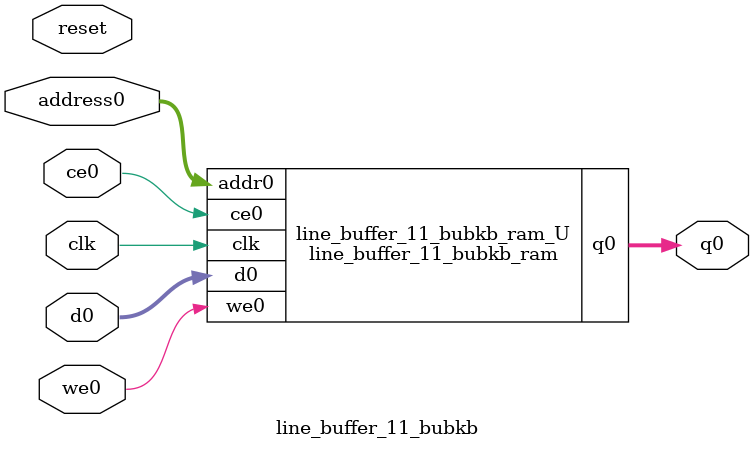
<source format=v>

`timescale 1 ns / 1 ps
module line_buffer_11_bubkb_ram (addr0, ce0, d0, we0, q0,  clk);

parameter DWIDTH = 16;
parameter AWIDTH = 12;
parameter MEM_SIZE = 4096;

input[AWIDTH-1:0] addr0;
input ce0;
input[DWIDTH-1:0] d0;
input we0;
output reg[DWIDTH-1:0] q0;
input clk;

(* ram_style = "block" *)reg [DWIDTH-1:0] ram[0:MEM_SIZE-1];




always @(posedge clk)  
begin 
    if (ce0) 
    begin
        if (we0) 
        begin 
            ram[addr0] <= d0; 
            q0 <= d0;
        end 
        else 
            q0 <= ram[addr0];
    end
end


endmodule


`timescale 1 ns / 1 ps
module line_buffer_11_bubkb(
    reset,
    clk,
    address0,
    ce0,
    we0,
    d0,
    q0);

parameter DataWidth = 32'd16;
parameter AddressRange = 32'd4096;
parameter AddressWidth = 32'd12;
input reset;
input clk;
input[AddressWidth - 1:0] address0;
input ce0;
input we0;
input[DataWidth - 1:0] d0;
output[DataWidth - 1:0] q0;



line_buffer_11_bubkb_ram line_buffer_11_bubkb_ram_U(
    .clk( clk ),
    .addr0( address0 ),
    .ce0( ce0 ),
    .d0( d0 ),
    .we0( we0 ),
    .q0( q0 ));

endmodule


</source>
